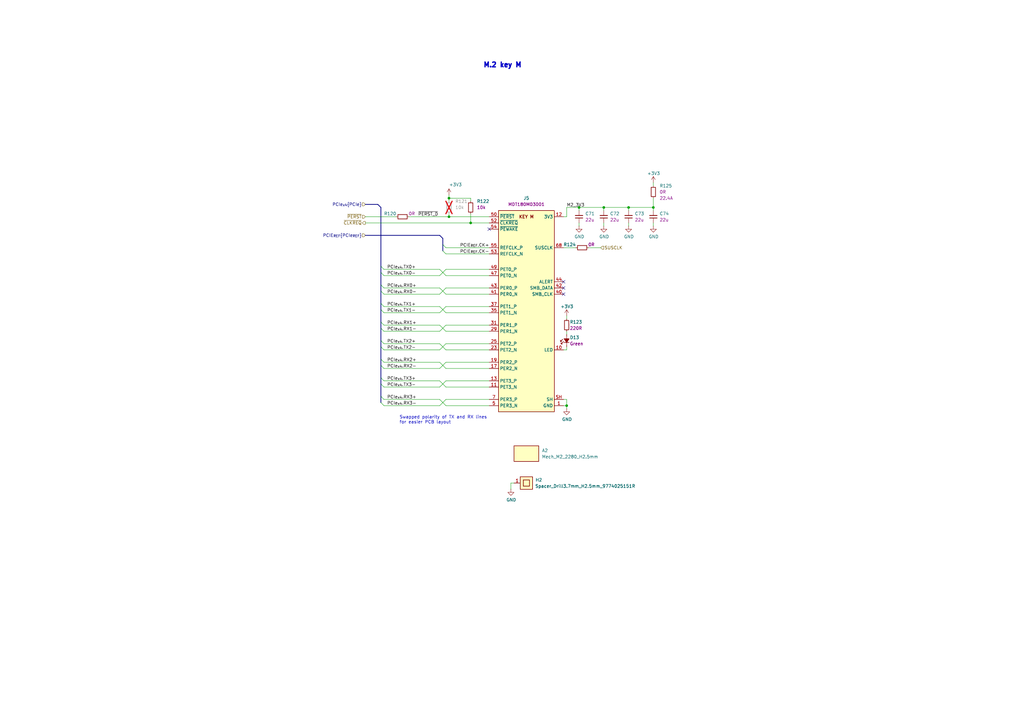
<source format=kicad_sch>
(kicad_sch (version 20231120) (generator "eeschema") (generator_version "8.0")
  (paper "A3")
  (title_block (title "COM Express 7 Baseboard") (date "2025-02-04") (rev "1.1.2") (company "Antmicro Ltd") (comment 1 "www.antmicro.com"))
  (lib_symbols
    (symbol "antmicroCapacitors0603:C_22u_16V_0603" (pin_numbers hide) (pin_names hide)
      (property "Reference" "C" (at 20.32 -5.08 0))
      (property "Val" "22u" (at 20.32 -7.62 0))
      (symbol "C_22u_16V_0603_0_1"
        (polyline (pts (xy 2.032 -1.524) (xy 2.032 1.524)) (stroke (width 0.3048)))
        (polyline (pts (xy 3.048 -1.524) (xy 3.048 1.524)) (stroke (width 0.3302)))
      )
      (symbol "C_22u_16V_0603_1_1"
        (pin passive line (at 0 0 0) (length 2.032) (name "~") (number "1"))
        (pin passive line (at 5.08 0 180) (length 2.032) (name "~") (number "2"))
      )
    )
    (symbol "antmicroLEDIndicationDiscrete:LED_G_0603_LTST-C190GKT" (pin_numbers hide) (pin_names hide)
      (property "Reference" "D" (at 22.86 -2.54 0))
      (property "Color" "Green" (at 22.86 -5.08 0))
      (symbol "LED_G_0603_LTST-C190GKT_0_1"
        (polyline (pts (xy 1.905 0) (xy 0.635 0)))
        (polyline (pts (xy 4.445 0) (xy 3.175 0)))
      )
      (symbol "LED_G_0603_LTST-C190GKT_1_1"
        (polyline (pts (xy 1.778 1.016) (xy 1.778 -1.016)) (stroke (width 0.254)))
        (polyline (pts (xy 3.302 1.016) (xy 3.302 -1.016) (xy 1.778 0) (xy 3.302 1.016)) (stroke (width 0.254)) (fill (type outline)))
        (polyline (pts (xy 1.143 2.286) (xy 1.143 1.778) (xy 1.143 2.286) (xy 1.651 2.286) (xy 1.143 2.286) (xy 2.159 1.27)) (stroke (width 0.254)))
        (polyline (pts (xy 2.159 2.54) (xy 2.159 2.032) (xy 2.159 2.54) (xy 2.667 2.54) (xy 2.159 2.54) (xy 3.048 1.651)) (stroke (width 0.254)))
        (pin passive line (at 0 0 0) (length 0.635) (name "C") (number "1"))
        (pin passive line (at 5.08 0 180) (length 0.635) (name "A") (number "2"))
      )
    )
    (symbol "antmicroMechanicalParts:Spacer_Drill3.7mm_H2.5mm_9774025151R"
      (property "Reference" "H" (at 22.86 -2.54 0))
      (property "Value" "Spacer_Drill3.7mm_H2.5mm_9774025151R" (at 22.86 -5.08 0))
      (symbol "Spacer_Drill3.7mm_H2.5mm_9774025151R_1_1"
        (rectangle (start 2.54 -2.54) (end 7.62 2.54) (stroke (width 0.254)) (fill (type background)))
        (rectangle (start 3.81 -1.27) (end 6.35 1.27) (stroke (width 0.254)) (fill (type background)))
        (pin passive line (at 0 0 0) (length 2.54) (name "~") (number "1"))
      )
    )
    (symbol "antmicroModules:Mech_M2_2280_H2.5mm" (in_bom no)
      (property "Reference" "A" (at 25.4 0 0))
      (property "Value" "Mech_M2_2280_H2.5mm" (at 25.4 -2.54 0))
      (symbol "Mech_M2_2280_H2.5mm_1_1"
        (rectangle (start 10.16 -6.35) (end 0 0) (stroke (width 0.254)) (fill (type background)))
      )
    )
    (symbol "antmicroPciConnectors:Bus_M.2_MDT180M03001"
      (property "Reference" "J" (at 45.72 -2.54 0))
      (property "MPN" "MDT180M03001" (at 45.72 -5.08 0))
      (symbol "Bus_M.2_MDT180M03001_0_0"
        (text "KEY M" (at 15.24 0 0) (effects (font (size 1.27 1.27) (bold yes))))
      )
      (symbol "Bus_M.2_MDT180M03001_1_1"
        (rectangle (start 3.81 2.54) (end 26.67 -80.01) (stroke (width 0.254)) (fill (type background)))
        (pin power_in line (at 30.48 -77.47 180) (length 3.81) (name "GND") (number "1"))
        (pin passive line (at 30.48 -54.61 180) (length 3.81) (name "LED") (number "10"))
        (pin input line (at 0 -69.85 0) (length 3.81) (name "PET3_N") (number "11"))
        (pin passive line (at 30.48 0 180) (length 3.81) (name "3V3") (number "12"))
        (pin input line (at 0 -67.31 0) (length 3.81) (name "PET3_P") (number "13"))
        (pin passive line (at 30.48 0 180) (length 3.81) hide (name "3V3") (number "14"))
        (pin passive line (at 30.48 -77.47 180) (length 3.81) hide (name "GND") (number "15"))
        (pin passive line (at 30.48 0 180) (length 3.81) hide (name "3V3") (number "16"))
        (pin output line (at 0 -62.23 0) (length 3.81) (name "PER2_N") (number "17"))
        (pin passive line (at 30.48 0 180) (length 3.81) hide (name "3V3") (number "18"))
        (pin output line (at 0 -59.69 0) (length 3.81) (name "PER2_P") (number "19"))
        (pin passive line (at 30.48 0 180) (length 3.81) hide (name "3V3") (number "2"))
        (pin no_connect line (at 26.67 -44.45 180) (length 3.81) hide (name "NC") (number "20"))
        (pin passive line (at 30.48 -77.47 180) (length 3.81) hide (name "GND") (number "21"))
        (pin no_connect line (at 26.67 -45.72 180) (length 3.81) hide (name "NC") (number "22"))
        (pin input line (at 0 -54.61 0) (length 3.81) (name "PET2_N") (number "23"))
        (pin no_connect line (at 26.67 -46.99 180) (length 3.81) hide (name "NC") (number "24"))
        (pin input line (at 0 -52.07 0) (length 3.81) (name "PET2_P") (number "25"))
        (pin no_connect line (at 26.67 -59.69 180) (length 3.81) hide (name "NC") (number "26"))
        (pin passive line (at 30.48 -77.47 180) (length 3.81) hide (name "GND") (number "27"))
        (pin no_connect line (at 26.67 -60.96 180) (length 3.81) hide (name "NC") (number "28"))
        (pin output line (at 0 -46.99 0) (length 3.81) (name "PER1_N") (number "29"))
        (pin passive line (at 30.48 -77.47 180) (length 3.81) hide (name "GND") (number "3"))
        (pin no_connect line (at 26.67 -62.23 180) (length 3.81) hide (name "NC") (number "30"))
        (pin output line (at 0 -44.45 0) (length 3.81) (name "PER1_P") (number "31"))
        (pin no_connect line (at 26.67 -63.5 180) (length 3.81) hide (name "NC") (number "32"))
        (pin passive line (at 30.48 -77.47 180) (length 3.81) hide (name "GND") (number "33"))
        (pin no_connect line (at 26.67 -66.04 180) (length 3.81) hide (name "NC") (number "34"))
        (pin input line (at 0 -39.37 0) (length 3.81) (name "PET1_N") (number "35"))
        (pin no_connect line (at 26.67 -67.31 180) (length 3.81) hide (name "NC") (number "36"))
        (pin input line (at 0 -36.83 0) (length 3.81) (name "PET1_P") (number "37"))
        (pin no_connect line (at 26.67 -69.85 180) (length 3.81) hide (name "NC") (number "38"))
        (pin passive line (at 30.48 -77.47 180) (length 3.81) hide (name "GND") (number "39"))
        (pin passive line (at 30.48 0 180) (length 3.81) hide (name "3V3") (number "4"))
        (pin input line (at 30.48 -31.75 180) (length 3.81) (name "SMB_CLK") (number "40"))
        (pin output line (at 0 -31.75 0) (length 3.81) (name "PER0_N") (number "41"))
        (pin bidirectional line (at 30.48 -29.21 180) (length 3.81) (name "SMB_DATA") (number "42"))
        (pin output line (at 0 -29.21 0) (length 3.81) (name "PER0_P") (number "43"))
        (pin output line (at 30.48 -26.67 180) (length 3.81) (name "ALERT") (number "44"))
        (pin passive line (at 30.48 -77.47 180) (length 3.81) hide (name "GND") (number "45"))
        (pin no_connect line (at 26.67 -68.58 180) (length 3.81) hide (name "NC") (number "46"))
        (pin input line (at 0 -24.13 0) (length 3.81) (name "PET0_N") (number "47"))
        (pin no_connect line (at 26.67 -41.91 180) (length 3.81) hide (name "NC") (number "48"))
        (pin input line (at 0 -21.59 0) (length 3.81) (name "PET0_P") (number "49"))
        (pin output line (at 0 -77.47 0) (length 3.81) (name "PER3_N") (number "5"))
        (pin input line (at 0 0 0) (length 3.81) (name "~{PERST}") (number "50"))
        (pin passive line (at 30.48 -77.47 180) (length 3.81) hide (name "GND") (number "51"))
        (pin output line (at 0 -2.54 0) (length 3.81) (name "~{CLKREQ}") (number "52"))
        (pin input line (at 0 -15.24 0) (length 3.81) (name "REFCLK_N") (number "53"))
        (pin input line (at 0 -5.08 0) (length 3.81) (name "~{PEWAKE}") (number "54"))
        (pin input line (at 0 -12.7 0) (length 3.81) (name "REFCLK_P") (number "55"))
        (pin no_connect line (at 26.67 -43.18 180) (length 3.81) hide (name "NC") (number "56"))
        (pin passive line (at 30.48 -77.47 180) (length 3.81) hide (name "GND") (number "57"))
        (pin no_connect line (at 26.67 -71.12 180) (length 3.81) hide (name "NC") (number "58"))
        (pin no_connect line (at 26.67 -39.37 180) (length 3.81) hide (name "NC") (number "6"))
        (pin no_connect line (at 26.67 -40.64 180) (length 3.81) hide (name "NC") (number "67"))
        (pin input line (at 30.48 -12.7 180) (length 3.81) (name "SUSCLK") (number "68"))
        (pin no_connect line (at 26.67 -38.1 180) (length 3.81) hide (name "NC") (number "69"))
        (pin output line (at 0 -74.93 0) (length 3.81) (name "PER3_P") (number "7"))
        (pin passive line (at 30.48 0 180) (length 3.81) hide (name "3V3") (number "70"))
        (pin passive line (at 30.48 -77.47 180) (length 3.81) hide (name "GND") (number "71"))
        (pin passive line (at 30.48 0 180) (length 3.81) hide (name "3V3") (number "72"))
        (pin passive line (at 30.48 -77.47 180) (length 3.81) hide (name "GND") (number "73"))
        (pin passive line (at 30.48 0 180) (length 3.81) hide (name "3V3") (number "74"))
        (pin passive line (at 30.48 -77.47 180) (length 3.81) hide (name "GND") (number "75"))
        (pin no_connect line (at 26.67 -64.77 180) (length 3.81) hide (name "NC") (number "8"))
        (pin passive line (at 30.48 -77.47 180) (length 3.81) hide (name "GND") (number "9"))
        (pin passive line (at 30.48 -74.93 180) (length 3.81) (name "SH") (number "SH"))
      )
    )
    (symbol "antmicroResistors0402:R_0R_0402" (pin_numbers hide) (pin_names hide)
      (property "Reference" "R" (at 20.32 -5.08 0))
      (property "Val" "0R" (at 20.32 -7.62 0))
      (symbol "R_0R_0402_0_1"
        (rectangle (start 0.635 0.889) (end 4.445 -0.889) (stroke (width 0.254)))
      )
      (symbol "R_0R_0402_1_1"
        (pin passive line (at 0 0 0) (length 0.635) (name "~") (number "1"))
        (pin passive line (at 5.08 0 180) (length 0.635) (name "~") (number "2"))
      )
    )
    (symbol "antmicroResistors0402:R_10k_0402" (pin_numbers hide) (pin_names hide)
      (property "Reference" "R" (at 20.32 -5.08 0))
      (property "Val" "10k" (at 20.32 -7.62 0))
      (symbol "R_10k_0402_0_1"
        (rectangle (start 0.635 0.889) (end 4.445 -0.889) (stroke (width 0.254)))
      )
      (symbol "R_10k_0402_1_1"
        (pin passive line (at 0 0 0) (length 0.635) (name "~") (number "1"))
        (pin passive line (at 5.08 0 180) (length 0.635) (name "~") (number "2"))
      )
    )
    (symbol "antmicroResistors0402:R_220R_0402" (pin_numbers hide) (pin_names hide)
      (property "Reference" "R" (at 20.32 -5.08 0))
      (property "Val" "220R" (at 20.32 -7.62 0))
      (symbol "R_220R_0402_0_1"
        (rectangle (start 0.635 0.889) (end 4.445 -0.889) (stroke (width 0.254)))
      )
      (symbol "R_220R_0402_1_1"
        (pin passive line (at 0 0 0) (length 0.635) (name "~") (number "1"))
        (pin passive line (at 5.08 0 180) (length 0.635) (name "~") (number "2"))
      )
    )
    (symbol "antmicroResistors0603:R_0R_22.4A_0603" (pin_numbers hide) (pin_names hide)
      (property "Reference" "R" (at 15.24 -2.54 0))
      (property "Value" "R_0R_22.4A_0603" (at 15.24 -5.08 0))
      (property "Val" "0R" (at 15.24 -7.62 0))
      (property "Max. Curr." "22.4A" (at 15.24 -20.32 0))
      (symbol "R_0R_22.4A_0603_0_1"
        (rectangle (start 0.635 0.889) (end 4.445 -0.889) (stroke (width 0.254)))
      )
      (symbol "R_0R_22.4A_0603_1_1"
        (pin passive line (at 0 0 0) (length 0.635) (name "~") (number "1"))
        (pin passive line (at 5.08 0 180) (length 0.635) (name "~") (number "2"))
      )
    )
    (symbol "antmicropower:+3V3" (power) (pin_numbers hide) (pin_names hide)
      (property "Value" "+3V3" (at -3.175 2.54 0))
      (symbol "+3V3_0_1"
        (polyline (pts (xy 0 0) (xy 0 2.54)))
        (polyline (pts (xy 0 2.54) (xy -0.762 1.27)))
        (polyline (pts (xy 0 2.54) (xy 0.762 1.27)))
      )
      (symbol "+3V3_1_1"
        (pin power_in line (at 0 0 90) (length 0) hide (name "+3V3") (number "1"))
      )
    )
    (symbol "antmicropower:GND" (power) (pin_numbers hide) (pin_names hide)
      (property "Value" "GND" (at 8.89 -5.08 0))
      (symbol "GND_1_1"
        (polyline (pts (xy 0 0) (xy 0 -1.27) (xy 1.27 -1.27) (xy 0 -2.54) (xy -1.27 -1.27) (xy 0 -1.27)))
        (pin power_in line (at 0 0 270) (length 0) (name "GND") (number "1"))
      )
    )
  )
  (junction (at 193.04 91.44))
  (junction (at 184.15 81.28))
  (junction (at 232.41 166.37))
  (junction (at 267.97 85.09))
  (junction (at 257.81 85.09))
  (junction (at 247.65 85.09))
  (junction (at 184.15 88.9))
  (junction (at 237.49 85.09))
  (no_connect (at 231.14 115.57))
  (no_connect (at 231.14 120.65))
  (no_connect (at 231.14 118.11))
  (no_connect (at 200.66 93.98))
  (bus_entry (at 156.21 162.56) (size 1.27 1.27))
  (bus_entry (at 156.21 132.08) (size 1.27 1.27))
  (bus_entry (at 156.21 109.22) (size 1.27 1.27))
  (bus_entry (at 156.21 157.48) (size 1.27 1.27))
  (bus_entry (at 156.21 111.76) (size 1.27 1.27))
  (bus_entry (at 156.21 139.7) (size 1.27 1.27))
  (bus_entry (at 156.21 124.46) (size 1.27 1.27))
  (bus_entry (at 156.21 149.86) (size 1.27 1.27))
  (bus_entry (at 182.88 101.6) (size -1.27 -1.27))
  (bus_entry (at 156.21 119.38) (size 1.27 1.27))
  (bus_entry (at 156.21 165.1) (size 1.27 1.27))
  (bus_entry (at 156.21 154.94) (size 1.27 1.27))
  (bus_entry (at 156.21 127) (size 1.27 1.27))
  (bus_entry (at 156.21 142.24) (size 1.27 1.27))
  (bus_entry (at 156.21 116.84) (size 1.27 1.27))
  (bus_entry (at 156.21 147.32) (size 1.27 1.27))
  (bus_entry (at 182.88 104.14) (size -1.27 -1.27))
  (bus_entry (at 156.21 134.62) (size 1.27 1.27))
  (wire (pts (xy 241.3 101.6) (xy 246.38 101.6)))
  (bus (pts (xy 156.21 85.09) (xy 154.94 83.82)))
  (wire (pts (xy 247.65 92.71) (xy 247.65 91.44)))
  (wire (pts (xy 200.66 156.21) (xy 182.88 156.21)))
  (wire (pts (xy 193.04 91.44) (xy 200.66 91.44)))
  (wire (pts (xy 157.48 148.59) (xy 180.34 148.59)))
  (bus (pts (xy 181.61 100.33) (xy 181.61 97.79)))
  (wire (pts (xy 180.34 163.83) (xy 182.88 166.37)))
  (wire (pts (xy 200.66 118.11) (xy 182.88 118.11)))
  (wire (pts (xy 182.88 110.49) (xy 200.66 110.49)))
  (wire (pts (xy 232.41 88.9) (xy 232.41 85.09)))
  (wire (pts (xy 157.48 125.73) (xy 180.34 125.73)))
  (bus (pts (xy 156.21 132.08) (xy 156.21 134.62)))
  (wire (pts (xy 200.66 104.14) (xy 182.88 104.14)))
  (bus (pts (xy 180.34 96.52) (xy 149.86 96.52)))
  (wire (pts (xy 247.65 85.09) (xy 237.49 85.09)))
  (wire (pts (xy 200.66 101.6) (xy 182.88 101.6)))
  (wire (pts (xy 182.88 128.27) (xy 200.66 128.27)))
  (wire (pts (xy 157.48 163.83) (xy 180.34 163.83)))
  (wire (pts (xy 200.66 120.65) (xy 182.88 120.65)))
  (wire (pts (xy 200.66 148.59) (xy 182.88 148.59)))
  (wire (pts (xy 182.88 166.37) (xy 200.66 166.37)))
  (bus (pts (xy 156.21 119.38) (xy 156.21 124.46)))
  (wire (pts (xy 157.48 113.03) (xy 180.34 113.03)))
  (wire (pts (xy 267.97 85.09) (xy 267.97 86.36)))
  (wire (pts (xy 267.97 81.28) (xy 267.97 85.09)))
  (wire (pts (xy 267.97 92.71) (xy 267.97 91.44)))
  (wire (pts (xy 182.88 143.51) (xy 200.66 143.51)))
  (wire (pts (xy 232.41 166.37) (xy 232.41 163.83)))
  (bus (pts (xy 156.21 124.46) (xy 156.21 127)))
  (wire (pts (xy 182.88 125.73) (xy 180.34 128.27)))
  (wire (pts (xy 157.48 143.51) (xy 180.34 143.51)))
  (wire (pts (xy 193.04 81.28) (xy 184.15 81.28)))
  (wire (pts (xy 209.55 198.12) (xy 209.55 200.66)))
  (wire (pts (xy 182.88 151.13) (xy 200.66 151.13)))
  (bus (pts (xy 156.21 147.32) (xy 156.21 149.86)))
  (bus (pts (xy 156.21 139.7) (xy 156.21 142.24)))
  (wire (pts (xy 184.15 81.28) (xy 184.15 82.55)))
  (wire (pts (xy 231.14 166.37) (xy 232.41 166.37)))
  (wire (pts (xy 257.81 85.09) (xy 247.65 85.09)))
  (wire (pts (xy 157.48 166.37) (xy 180.34 166.37)))
  (wire (pts (xy 237.49 85.09) (xy 237.49 86.36)))
  (wire (pts (xy 257.81 85.09) (xy 257.81 86.36)))
  (bus (pts (xy 156.21 157.48) (xy 156.21 162.56)))
  (wire (pts (xy 232.41 167.64) (xy 232.41 166.37)))
  (wire (pts (xy 184.15 80.01) (xy 184.15 81.28)))
  (wire (pts (xy 180.34 118.11) (xy 182.88 120.65)))
  (wire (pts (xy 267.97 85.09) (xy 257.81 85.09)))
  (wire (pts (xy 157.48 110.49) (xy 180.34 110.49)))
  (bus (pts (xy 156.21 109.22) (xy 156.21 111.76)))
  (bus (pts (xy 156.21 154.94) (xy 156.21 157.48)))
  (wire (pts (xy 200.66 140.97) (xy 182.88 140.97)))
  (wire (pts (xy 237.49 92.71) (xy 237.49 91.44)))
  (wire (pts (xy 182.88 113.03) (xy 200.66 113.03)))
  (wire (pts (xy 157.48 140.97) (xy 180.34 140.97)))
  (wire (pts (xy 149.86 91.44) (xy 193.04 91.44)))
  (wire (pts (xy 157.48 133.35) (xy 180.34 133.35)))
  (wire (pts (xy 157.48 156.21) (xy 180.34 156.21)))
  (bus (pts (xy 156.21 134.62) (xy 156.21 139.7)))
  (wire (pts (xy 247.65 85.09) (xy 247.65 86.36)))
  (bus (pts (xy 149.86 83.82) (xy 154.94 83.82)))
  (wire (pts (xy 231.14 88.9) (xy 232.41 88.9)))
  (wire (pts (xy 257.81 92.71) (xy 257.81 91.44)))
  (wire (pts (xy 267.97 74.93) (xy 267.97 76.2)))
  (wire (pts (xy 182.88 140.97) (xy 180.34 143.51)))
  (wire (pts (xy 184.15 88.9) (xy 200.66 88.9)))
  (wire (pts (xy 180.34 110.49) (xy 182.88 113.03)))
  (wire (pts (xy 180.34 140.97) (xy 182.88 143.51)))
  (wire (pts (xy 232.41 129.54) (xy 232.41 130.81)))
  (wire (pts (xy 182.88 133.35) (xy 180.34 135.89)))
  (wire (pts (xy 149.86 88.9) (xy 162.56 88.9)))
  (wire (pts (xy 157.48 151.13) (xy 180.34 151.13)))
  (wire (pts (xy 180.34 133.35) (xy 182.88 135.89)))
  (bus (pts (xy 156.21 149.86) (xy 156.21 154.94)))
  (wire (pts (xy 182.88 118.11) (xy 180.34 120.65)))
  (wire (pts (xy 182.88 135.89) (xy 200.66 135.89)))
  (wire (pts (xy 182.88 158.75) (xy 200.66 158.75)))
  (bus (pts (xy 156.21 127) (xy 156.21 132.08)))
  (wire (pts (xy 184.15 87.63) (xy 184.15 88.9)))
  (wire (pts (xy 180.34 120.65) (xy 157.48 120.65)))
  (wire (pts (xy 193.04 87.63) (xy 193.04 91.44)))
  (wire (pts (xy 182.88 110.49) (xy 180.34 113.03)))
  (wire (pts (xy 232.41 85.09) (xy 237.49 85.09)))
  (wire (pts (xy 182.88 148.59) (xy 180.34 151.13)))
  (wire (pts (xy 193.04 81.28) (xy 193.04 82.55)))
  (bus (pts (xy 156.21 85.09) (xy 156.21 109.22)))
  (wire (pts (xy 209.55 198.12) (xy 210.82 198.12)))
  (wire (pts (xy 200.66 125.73) (xy 182.88 125.73)))
  (bus (pts (xy 156.21 111.76) (xy 156.21 116.84)))
  (wire (pts (xy 180.34 156.21) (xy 182.88 158.75)))
  (wire (pts (xy 231.14 143.51) (xy 232.41 143.51)))
  (wire (pts (xy 180.34 118.11) (xy 157.48 118.11)))
  (wire (pts (xy 157.48 135.89) (xy 180.34 135.89)))
  (wire (pts (xy 232.41 135.89) (xy 232.41 137.16)))
  (wire (pts (xy 231.14 101.6) (xy 236.22 101.6)))
  (wire (pts (xy 180.34 148.59) (xy 182.88 151.13)))
  (wire (pts (xy 180.34 125.73) (xy 182.88 128.27)))
  (bus (pts (xy 156.21 162.56) (xy 156.21 165.1)))
  (wire (pts (xy 157.48 128.27) (xy 180.34 128.27)))
  (wire (pts (xy 200.66 163.83) (xy 182.88 163.83)))
  (wire (pts (xy 232.41 142.24) (xy 232.41 143.51)))
  (wire (pts (xy 182.88 163.83) (xy 180.34 166.37)))
  (wire (pts (xy 232.41 163.83) (xy 231.14 163.83)))
  (wire (pts (xy 200.66 133.35) (xy 182.88 133.35)))
  (wire (pts (xy 182.88 156.21) (xy 180.34 158.75)))
  (bus (pts (xy 181.61 97.79) (xy 180.34 96.52)))
  (wire (pts (xy 157.48 158.75) (xy 180.34 158.75)))
  (bus (pts (xy 181.61 102.87) (xy 181.61 100.33)))
  (wire (pts (xy 167.64 88.9) (xy 184.15 88.9)))
  (bus (pts (xy 156.21 116.84) (xy 156.21 119.38)))
  (bus (pts (xy 156.21 142.24) (xy 156.21 147.32)))
  (text "M.2 key M" (at 198.12 27.94 0) (effects (font (size 2 2) (thickness 0.8) (bold yes)) (justify left bottom)))
  (text "Swapped polarity of TX and RX lines\nfor easier PCB layout" (at 163.83 173.99 0) (effects (font (size 1.27 1.27)) (justify left bottom)))
  (label "PCIe_{x4}.TX2-" (at 158.75 143.51 0))
  (label "PCIe_{x4}.TX1-" (at 158.75 128.27 0))
  (label "PCIe_{x4}.TX1+" (at 158.75 125.73 0))
  (label "PCIe_{x4}.RX2+" (at 158.75 148.59 0))
  (label "PCIe_{x4}.TX2+" (at 158.75 140.97 0))
  (label "PCIe_{x4}.RX1-" (at 158.75 135.89 0))
  (label "PCIe_{x4}.RX0+" (at 158.75 118.11 0))
  (label "PCIe_{x4}.RX0-" (at 158.75 120.65 0))
  (label "PCIE_{REF}.CK+" (at 200.66 101.6 180))
  (label "PCIe_{x4}.TX0-" (at 158.75 113.03 0))
  (label "PCIe_{x4}.RX3-" (at 158.75 166.37 0))
  (label "PCIe_{x4}.TX3+" (at 158.75 156.21 0))
  (label "PCIe_{x4}.RX2-" (at 158.75 151.13 0))
  (label "PCIe_{x4}.TX0+" (at 158.75 110.49 0))
  (label "~{PERST_D}" (at 171.45 88.9 0))
  (label "M2_3V3" (at 232.41 85.09 0))
  (label "PCIe_{x4}.TX3-" (at 158.75 158.75 0))
  (label "PCIE_{REF}.CK-" (at 200.66 104.14 180))
  (label "PCIe_{x4}.RX1+" (at 158.75 133.35 0))
  (label "PCIe_{x4}.RX3+" (at 158.75 163.83 0))
  (hierarchical_label "~{PERST}" (shape input) (at 149.86 88.9 180))
  (hierarchical_label "SUSCLK" (shape input) (at 246.38 101.6 0))
  (hierarchical_label "PCIE_{REF}{PCIe_{REF}}" (shape input) (at 149.86 96.52 180))
  (hierarchical_label "PCIe_{x4}{PCIe}" (shape input) (at 149.86 83.82 180))
  (hierarchical_label "~{CLKREQ}" (shape output) (at 149.86 91.44 180))
  (symbol (lib_id "antmicroResistors0402:R_0R_0402") (at 162.56 88.9 0) (unit 1)
    (property "Reference" "R120" (at 160.02 87.63 0))
    (property "Value" "R_0R_0402" (effects (hide yes)))
    (property "Footprint" "antmicro-footprints:R_0402_1005Metric" (effects (hide yes)))
    (property "Datasheet" "https://industrial.panasonic.com/cdbs/www-data/pdf/RDA0000/AOA0000C301.pdf" (effects (hide yes)))
    (property "MPN" "ERJ2GE0R00X" (effects (hide yes)))
    (property "Manufacturer" "Panasonic" (effects (hide yes)))
    (property "License" "Apache-2.0" (effects (hide yes)))
    (property "Author" "Antmicro" (effects (hide yes)))
    (property "Val" "0R" (at 168.91 87.63 0))
    (property "Current" "1A" (effects (hide yes)))
    (property "Public" "False" (effects (hide yes)))
  )
  (symbol (lib_id "antmicropower:+3V3") (at 232.41 129.54 0) (unit 1)
    (property "Reference" "#PWR0158" (effects (hide yes)))
    (property "Value" "+3V3" (at 229.87 125.73 0) (effects (justify left)))
    (property "Author" "Antmicro" (effects (hide yes)))
    (property "License" "Apache-2.0" (effects (hide yes)))
  )
  (symbol (lib_id "antmicroCapacitors0603:C_22u_16V_0603") (at 267.97 91.44 90) (unit 1)
    (property "Reference" "C74" (at 270.51 87.6235 90) (effects (justify right)))
    (property "Value" "C_22u_16V_0603" (effects (hide yes)))
    (property "Footprint" "antmicro-footprints:C_0603_1608Metric" (effects (hide yes)))
    (property "Datasheet" "https://product.samsungsem.com/mlcc/CL10A226MO7JZN.do" (effects (hide yes)))
    (property "MPN" "CL10A226MO7JZNC" (effects (hide yes)))
    (property "Manufacturer" "Samsung Electro-Mechanics" (effects (hide yes)))
    (property "License" "Apache-2.0" (effects (hide yes)))
    (property "Author" "Antmicro" (effects (hide yes)))
    (property "Val" "22u" (at 270.51 90.1635 90) (effects (justify right)))
    (property "Voltage" "16V" (effects (hide yes)))
    (property "Public" "False" (effects (hide yes)))
  )
  (symbol (lib_id "antmicropower:GND") (at 209.55 200.66 0) (unit 1)
    (property "Reference" "#PWR0166" (effects (hide yes)))
    (property "Value" "GND" (at 207.645 205.74 0) (effects (justify left bottom)))
    (property "Author" "Antmicro" (effects (hide yes)))
    (property "License" "Apache-2.0" (effects (hide yes)))
  )
  (symbol (lib_id "antmicroCapacitors0603:C_22u_16V_0603") (at 257.81 91.44 90) (unit 1)
    (property "Reference" "C73" (at 260.35 87.6235 90) (effects (justify right)))
    (property "Value" "C_22u_16V_0603" (effects (hide yes)))
    (property "Footprint" "antmicro-footprints:C_0603_1608Metric" (effects (hide yes)))
    (property "Datasheet" "https://product.samsungsem.com/mlcc/CL10A226MO7JZN.do" (effects (hide yes)))
    (property "MPN" "CL10A226MO7JZNC" (effects (hide yes)))
    (property "Manufacturer" "Samsung Electro-Mechanics" (effects (hide yes)))
    (property "License" "Apache-2.0" (effects (hide yes)))
    (property "Author" "Antmicro" (effects (hide yes)))
    (property "Val" "22u" (at 260.35 90.1635 90) (effects (justify right)))
    (property "Voltage" "16V" (effects (hide yes)))
    (property "Public" "False" (effects (hide yes)))
  )
  (symbol (lib_id "antmicroResistors0402:R_10k_0402") (at 193.04 87.63 90) (unit 1)
    (property "Reference" "R122" (at 195.58 82.55 90) (effects (justify right)))
    (property "Value" "R_10k_0402" (effects (hide yes)))
    (property "Footprint" "antmicro-footprints:R_0402_1005Metric" (effects (hide yes)))
    (property "Datasheet" "https://www.bourns.com/docs/product-datasheets/cr.pdf" (effects (hide yes)))
    (property "MPN" "CR0402-FX-1002GLF" (effects (hide yes)))
    (property "Manufacturer" "Bourns" (effects (hide yes)))
    (property "License" "Apache-2.0" (effects (hide yes)))
    (property "Author" "Antmicro" (effects (hide yes)))
    (property "Val" "10k" (at 195.58 85.09 90) (effects (justify right)))
    (property "Tolerance" "1%" (effects (hide yes)))
    (property "Public" "False" (effects (hide yes)))
  )
  (symbol (lib_id "antmicropower:+3V3") (at 267.97 74.93 0) (unit 1)
    (property "Reference" "#PWR0163" (effects (hide yes)))
    (property "Value" "+3V3" (at 265.43 71.12 0) (effects (justify left)))
    (property "Author" "Antmicro" (effects (hide yes)))
    (property "License" "Apache-2.0" (effects (hide yes)))
  )
  (symbol (lib_id "antmicropower:GND") (at 267.97 92.71 0) (unit 1)
    (property "Reference" "#PWR0164" (effects (hide yes)))
    (property "Value" "GND" (at 266.065 97.79 0) (effects (justify left bottom)))
    (property "Author" "Antmicro" (effects (hide yes)))
    (property "License" "Apache-2.0" (effects (hide yes)))
  )
  (symbol (lib_id "antmicroMechanicalParts:Spacer_Drill3.7mm_H2.5mm_9774025151R") (at 210.82 198.12 0) (mirror x) (unit 1)
    (property "Reference" "H2" (at 220.98 196.85 0))
    (property "Value" "Spacer_Drill3.7mm_H2.5mm_9774025151R" (at 240.03 199.39 0))
    (property "Footprint" "antmicro-footprints:Spacer_Drill3.7mm_H2.5mm_9774025151R" (effects (hide yes)))
    (property "Datasheet" "https://www.we-online.com/components/products/datasheet/9774025151R.pdf" (effects (hide yes)))
    (property "Manufacturer" "Würth Elektronik" (effects (hide yes)))
    (property "MPN" "9774025151R" (effects (hide yes)))
    (property "Author" "Antmicro" (effects (hide yes)))
    (property "License" "Apache-2.0" (effects (hide yes)))
    (property "Public" "False" (effects (hide yes)))
  )
  (symbol (lib_id "antmicroResistors0402:R_0R_0402") (at 236.22 101.6 0) (unit 1)
    (property "Reference" "R124" (at 233.68 100.33 0))
    (property "Value" "R_0R_0402" (effects (hide yes)))
    (property "Footprint" "antmicro-footprints:R_0402_1005Metric" (effects (hide yes)))
    (property "Datasheet" "https://industrial.panasonic.com/cdbs/www-data/pdf/RDA0000/AOA0000C301.pdf" (effects (hide yes)))
    (property "MPN" "ERJ2GE0R00X" (effects (hide yes)))
    (property "Manufacturer" "Panasonic" (effects (hide yes)))
    (property "License" "Apache-2.0" (effects (hide yes)))
    (property "Author" "Antmicro" (effects (hide yes)))
    (property "Val" "0R" (at 242.57 100.33 0))
    (property "Current" "1A" (effects (hide yes)))
    (property "Public" "False" (effects (hide yes)))
  )
  (symbol (lib_id "antmicroResistors0402:R_220R_0402") (at 232.41 135.89 90) (unit 1)
    (property "Reference" "R123" (at 233.68 132.08 90) (effects (justify right)))
    (property "Value" "R_220R_0402" (effects (hide yes)))
    (property "Footprint" "antmicro-footprints:R_0402_1005Metric" (effects (hide yes)))
    (property "Datasheet" "https://www.bourns.com/docs/product-datasheets/cr.pdf" (effects (hide yes)))
    (property "MPN" "CR0402-FX-2200GLF" (effects (hide yes)))
    (property "Manufacturer" "Bourns" (effects (hide yes)))
    (property "License" "Apache-2.0" (effects (hide yes)))
    (property "Author" "Antmicro" (effects (hide yes)))
    (property "Val" "220R" (at 233.68 134.62 90) (effects (justify right)))
    (property "Tolerance" "1%" (effects (hide yes)))
    (property "Public" "False" (effects (hide yes)))
  )
  (symbol (lib_id "antmicroResistors0402:R_10k_0402") (at 184.15 87.63 90) (unit 1) (dnp yes)
    (property "Reference" "R121" (at 186.69 82.55 90) (effects (justify right)))
    (property "Value" "R_10k_0402" (effects (hide yes)))
    (property "Footprint" "antmicro-footprints:R_0402_1005Metric" (effects (hide yes)))
    (property "Datasheet" "https://www.bourns.com/docs/product-datasheets/cr.pdf" (effects (hide yes)))
    (property "MPN" "CR0402-FX-1002GLF" (effects (hide yes)))
    (property "Manufacturer" "Bourns" (effects (hide yes)))
    (property "License" "Apache-2.0" (effects (hide yes)))
    (property "Author" "Antmicro" (effects (hide yes)))
    (property "Val" "10k" (at 186.69 85.09 90) (effects (justify right)))
    (property "Tolerance" "1%" (effects (hide yes)))
    (property "Public" "False" (effects (hide yes)))
  )
  (symbol (lib_id "antmicropower:GND") (at 237.49 92.71 0) (unit 1)
    (property "Reference" "#PWR0160" (effects (hide yes)))
    (property "Value" "GND" (at 235.585 97.79 0) (effects (justify left bottom)))
    (property "Author" "Antmicro" (effects (hide yes)))
    (property "License" "Apache-2.0" (effects (hide yes)))
  )
  (symbol (lib_id "antmicropower:+3V3") (at 184.15 80.01 0) (unit 1)
    (property "Reference" "#PWR0156" (effects (hide yes)))
    (property "Value" "+3V3" (at 184.15 76.454 0) (effects (justify left bottom)))
    (property "Author" "Antmicro" (effects (hide yes)))
    (property "License" "Apache-2.0" (effects (hide yes)))
  )
  (symbol (lib_id "antmicroLEDIndicationDiscrete:LED_G_0603_LTST-C190GKT") (at 232.41 142.24 90) (unit 1)
    (property "Reference" "D13" (at 233.68 138.43 90) (effects (justify right)))
    (property "Value" "LED_G_0603_LTST-C190GKT" (effects (hide yes)))
    (property "Footprint" "antmicro-footprints:LED_0603_1608Metric_G" (effects (hide yes)))
    (property "Datasheet" "https://media.digikey.com/pdf/Data%20Sheets/Lite-On%20PDFs/LTST-C190GKT.pdf" (effects (hide yes)))
    (property "MPN" "LTST-C190GKT" (effects (hide yes)))
    (property "Manufacturer" "Lite-On" (effects (hide yes)))
    (property "Author" "Antmicro" (effects (hide yes)))
    (property "License" "Apache-2.0" (effects (hide yes)))
    (property "Public" "False" (effects (hide yes)))
    (property "Color" "Green" (at 233.68 140.97 90) (effects (justify right)))
  )
  (symbol (lib_id "antmicroCapacitors0603:C_22u_16V_0603") (at 247.65 91.44 90) (unit 1)
    (property "Reference" "C72" (at 250.19 87.6235 90) (effects (justify right)))
    (property "Value" "C_22u_16V_0603" (effects (hide yes)))
    (property "Footprint" "antmicro-footprints:C_0603_1608Metric" (effects (hide yes)))
    (property "Datasheet" "https://product.samsungsem.com/mlcc/CL10A226MO7JZN.do" (effects (hide yes)))
    (property "MPN" "CL10A226MO7JZNC" (effects (hide yes)))
    (property "Manufacturer" "Samsung Electro-Mechanics" (effects (hide yes)))
    (property "License" "Apache-2.0" (effects (hide yes)))
    (property "Author" "Antmicro" (effects (hide yes)))
    (property "Val" "22u" (at 250.19 90.1635 90) (effects (justify right)))
    (property "Voltage" "16V" (effects (hide yes)))
    (property "Public" "False" (effects (hide yes)))
  )
  (symbol (lib_id "antmicroPciConnectors:Bus_M.2_MDT180M03001") (at 200.66 88.9 0) (unit 1)
    (property "Reference" "J5" (at 215.9 81.28 0))
    (property "Value" "Bus_M.2_MDT180M03001" (effects (hide yes)))
    (property "Footprint" "antmicro-footprints:Bus_M.2_Socket_Key_M_Amphenol_MDT180M03001" (effects (hide yes)))
    (property "Datasheet" "https://cdn.amphenol-cs.com/media/wysiwyg/files/drawing/mdt180xxx001.pdf" (effects (hide yes)))
    (property "Manufacturer" "Amphenol" (effects (hide yes)))
    (property "MPN" "MDT180M03001" (at 215.9 83.82 0))
    (property "Author" "Antmicro" (effects (hide yes)))
    (property "License" "Apache-2.0" (effects (hide yes)))
  )
  (symbol (lib_id "antmicroCapacitors0603:C_22u_16V_0603") (at 237.49 91.44 90) (unit 1)
    (property "Reference" "C71" (at 240.03 87.6235 90) (effects (justify right)))
    (property "Value" "C_22u_16V_0603" (effects (hide yes)))
    (property "Footprint" "antmicro-footprints:C_0603_1608Metric" (effects (hide yes)))
    (property "Datasheet" "https://product.samsungsem.com/mlcc/CL10A226MO7JZN.do" (effects (hide yes)))
    (property "MPN" "CL10A226MO7JZNC" (effects (hide yes)))
    (property "Manufacturer" "Samsung Electro-Mechanics" (effects (hide yes)))
    (property "License" "Apache-2.0" (effects (hide yes)))
    (property "Author" "Antmicro" (effects (hide yes)))
    (property "Val" "22u" (at 240.03 90.1635 90) (effects (justify right)))
    (property "Voltage" "16V" (effects (hide yes)))
    (property "Public" "False" (effects (hide yes)))
  )
  (symbol (lib_id "antmicropower:GND") (at 247.65 92.71 0) (unit 1)
    (property "Reference" "#PWR0161" (effects (hide yes)))
    (property "Value" "GND" (at 245.745 97.79 0) (effects (justify left bottom)))
    (property "Author" "Antmicro" (effects (hide yes)))
    (property "License" "Apache-2.0" (effects (hide yes)))
  )
  (symbol (lib_id "antmicropower:GND") (at 257.81 92.71 0) (unit 1)
    (property "Reference" "#PWR0162" (effects (hide yes)))
    (property "Value" "GND" (at 255.905 97.79 0) (effects (justify left bottom)))
    (property "Author" "Antmicro" (effects (hide yes)))
    (property "License" "Apache-2.0" (effects (hide yes)))
  )
  (symbol (lib_id "antmicroResistors0603:R_0R_22.4A_0603") (at 267.97 81.28 90) (unit 1)
    (property "Reference" "R125" (at 270.51 76.2 90) (effects (justify right)))
    (property "Value" "R_0R_22.4A_0603" (effects (hide yes)))
    (property "Footprint" "antmicro-footprints:R_0603_1608Metric" (effects (hide yes)))
    (property "Datasheet" "https://fscdn.rohm.com/en/products/databook/datasheet/passive/resistor/chip_resistor/pmr-jpw-e.pdf" (effects (hide yes)))
    (property "Manufacturer" "ROHM Semiconductor" (effects (hide yes)))
    (property "MPN" "PMR03EZPJ000" (effects (hide yes)))
    (property "Val" "0R" (at 270.51 78.74 90) (effects (justify right)))
    (property "Author" "Antmicro" (effects (hide yes)))
    (property "License" "Apache-2.0" (effects (hide yes)))
    (property "Max. Curr." "22.4A" (at 270.51 81.28 90) (effects (justify right)))
    (property "Tolerance" "template_tolerance" (effects (hide yes)))
    (property "Public" "False" (effects (hide yes)))
  )
  (symbol (lib_id "antmicroModules:Mech_M2_2280_H2.5mm") (at 210.82 182.88 0) (unit 1) (in_bom no)
    (property "Reference" "A2" (at 222.25 184.7849 0) (effects (justify left)))
    (property "Value" "Mech_M2_2280_H2.5mm" (at 222.25 187.3249 0) (effects (justify left)))
    (property "Footprint" "antmicro-footprints:Mech_M2_2280_H2.5mm" (effects (hide yes)))
    (property "Author" "Antmicro" (effects (hide yes)))
    (property "License" "Apache-2.0" (effects (hide yes)))
    (property "Public" "False" (effects (hide yes)))
  )
  (symbol (lib_id "antmicropower:GND") (at 232.41 167.64 0) (unit 1)
    (property "Reference" "#PWR0159" (effects (hide yes)))
    (property "Value" "GND" (at 230.505 172.72 0) (effects (justify left bottom)))
    (property "Author" "Antmicro" (effects (hide yes)))
    (property "License" "Apache-2.0" (effects (hide yes)))
  )
)
</source>
